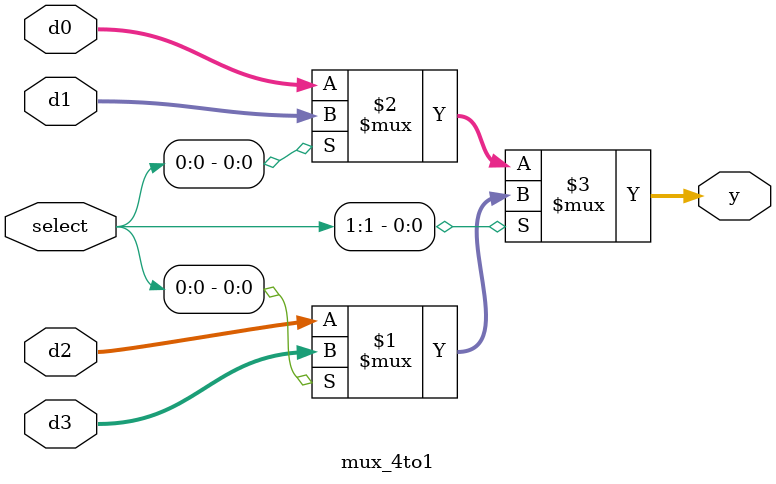
<source format=v>
`timescale 1ns / 1ps


module mux_4to1(
    input       [31:0] d0, d1, d2, d3,
    input       [1:0] select,
    output      [31:0] y
);

assign y = select[1] ? (select[0] ? d3 : d2) : (select[0] ? d1 : d0);

endmodule

</source>
